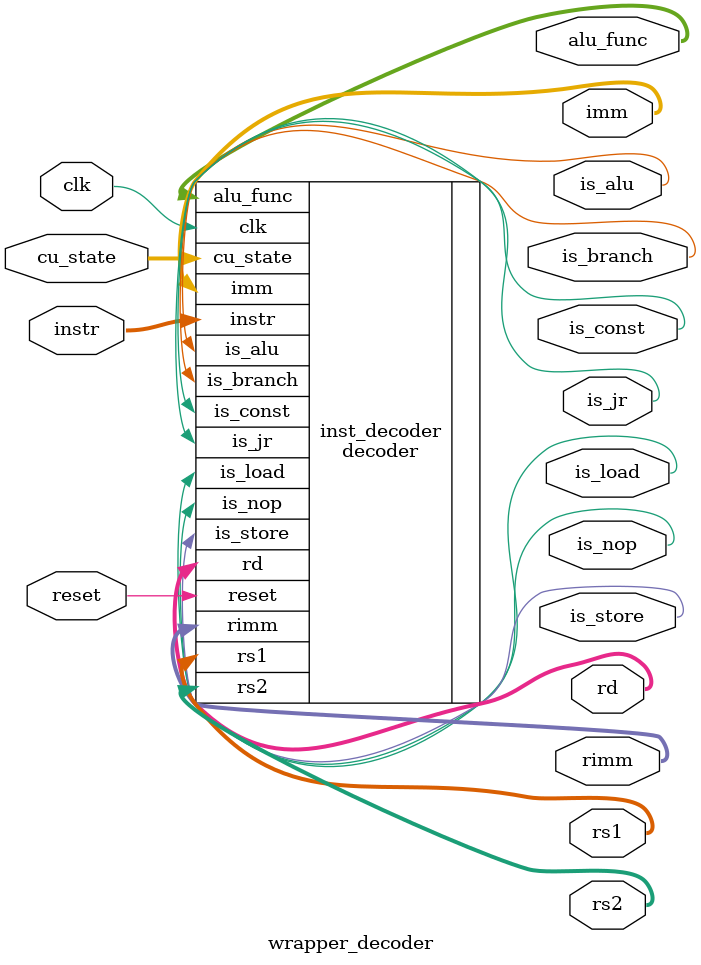
<source format=v>
`include "../../src/decoder/decoder.v"
module wrapper_decoder #(
  parameter PC_ADDR_WIDTH = 8, 
            INST_MSG_WIDTH = 16
) (
  input clk,
  input reset,
  input [3:0] cu_state, 

  // Functional Inputs
  input [INST_MSG_WIDTH-1:0] instr, 

  // Decoded Outputs
  output [3:0] rd, 
  output [3:0] rs1, 
  output [3:0] rs2, 
  output [3:0] rimm, 
  output [7:0] imm, 
  output [3:0] alu_func,

  // Decoded Flags (Which instr to enable)
  output is_alu, // Includes both branches and alu ops
  output is_branch, // Separate branch flag here for the branching logic in PC
  output is_const, 
  output is_load, 
  output is_store,
  output is_nop,
  output is_jr // jump return flag to signal the end of an instruction. Process here

);

decoder #(8, 16) inst_decoder(
  .clk(clk),
  .reset(reset),
  .cu_state(cu_state),
  .instr(instr),
  .rd(rd),
  .rs1(rs1),
  .rs2(rs2),
  .rimm(rimm),
  .imm(imm),
  .alu_func(alu_func),
  .is_alu(is_alu),
  .is_branch(is_branch),
  .is_const(is_const),
  .is_load(is_load),
  .is_store(is_store),
  .is_nop(is_nop),
  .is_jr(is_jr)
);

// Dumping vcd
initial begin 
  $dumpfile("decoder_dump.vcd");
  $dumpvars(1, wrapper_decoder);
end

endmodule
</source>
